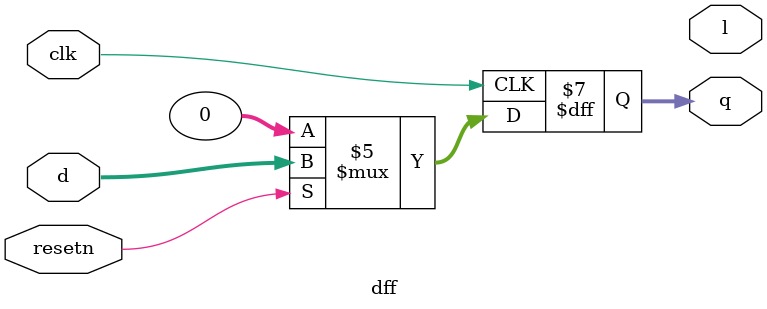
<source format=v>

`timescale 1us/1ns

module dff(
    input clk,
    input [size-1:0]d,
    input resetn,
    output reg [size-1:0] l,
    output reg [size-1:0] q
);

    parameter size = 32;

    always@(posedge clk) begin
        if (!resetn)
            q <= 0;
        else
            q <= d;
    end

// Dump waves
initial begin
    $dumpfile("dump.vcd");
    $dumpvars(1, dff);
end

endmodule
</source>
